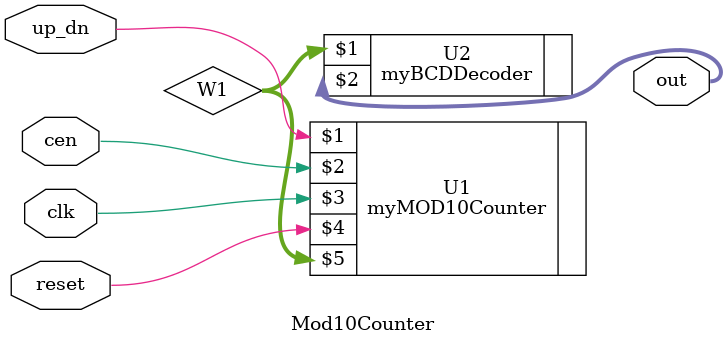
<source format=v>
module Mod10Counter(
	input up_dn,
	input cen,
	input clk,
	input reset,
	output [6:0]out
);

	wire [3:0]W1;

	myMOD10Counter U1(up_dn, cen, clk, reset, W1);
	myBCDDecoder U2(W1, out);


endmodule

</source>
